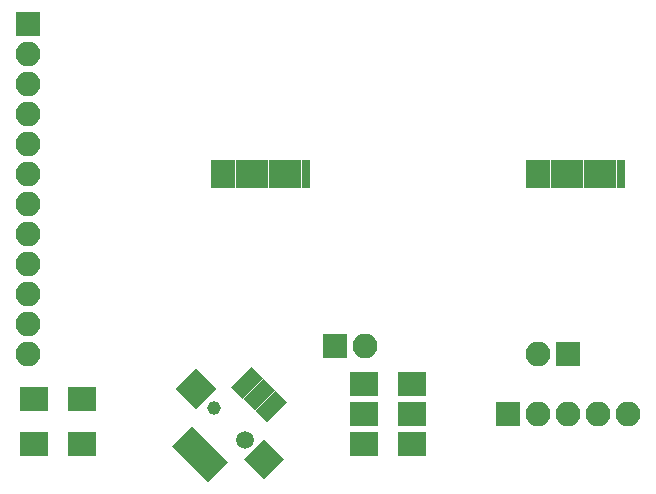
<source format=gbr>
G04 #@! TF.FileFunction,Soldermask,Top*
%FSLAX46Y46*%
G04 Gerber Fmt 4.6, Leading zero omitted, Abs format (unit mm)*
G04 Created by KiCad (PCBNEW 4.0.7) date 04/18/19 14:14:10*
%MOMM*%
%LPD*%
G01*
G04 APERTURE LIST*
%ADD10C,0.100000*%
%ADD11R,2.400000X2.100000*%
%ADD12R,2.100000X2.100000*%
%ADD13O,2.100000X2.100000*%
%ADD14C,1.160000*%
%ADD15C,1.500000*%
%ADD16R,0.750000X2.400000*%
G04 APERTURE END LIST*
D10*
D11*
X144050000Y-140970000D03*
X148050000Y-140970000D03*
X116110000Y-143510000D03*
X120110000Y-143510000D03*
X144050000Y-143510000D03*
X148050000Y-143510000D03*
X116110000Y-139700000D03*
X120110000Y-139700000D03*
X148050000Y-138430000D03*
X144050000Y-138430000D03*
D12*
X115570000Y-107950000D03*
D13*
X115570000Y-110490000D03*
X115570000Y-113030000D03*
X115570000Y-115570000D03*
X115570000Y-118110000D03*
X115570000Y-120650000D03*
X115570000Y-123190000D03*
X115570000Y-125730000D03*
X115570000Y-128270000D03*
X115570000Y-130810000D03*
X115570000Y-133350000D03*
X115570000Y-135890000D03*
D12*
X156210000Y-140970000D03*
D13*
X158750000Y-140970000D03*
X161290000Y-140970000D03*
X163830000Y-140970000D03*
X166370000Y-140970000D03*
D10*
G36*
X135800688Y-141706878D02*
X134810738Y-140716928D01*
X136507794Y-139019872D01*
X137497744Y-140009822D01*
X135800688Y-141706878D01*
X135800688Y-141706878D01*
G37*
G36*
X134793060Y-140699251D02*
X133803110Y-139709301D01*
X135500166Y-138012245D01*
X136490116Y-139002195D01*
X134793060Y-140699251D01*
X134793060Y-140699251D01*
G37*
G36*
X133785433Y-139691623D02*
X132795483Y-138701673D01*
X134492539Y-137004617D01*
X135482489Y-137994567D01*
X133785433Y-139691623D01*
X133785433Y-139691623D01*
G37*
G36*
X128764975Y-144712082D02*
X127775025Y-143722132D01*
X129472081Y-142025076D01*
X130462031Y-143015026D01*
X128764975Y-144712082D01*
X128764975Y-144712082D01*
G37*
G36*
X130780229Y-146727336D02*
X129790279Y-145737386D01*
X131487335Y-144040330D01*
X132477285Y-145030280D01*
X130780229Y-146727336D01*
X130780229Y-146727336D01*
G37*
G36*
X129772602Y-145719709D02*
X128782652Y-144729759D01*
X130479708Y-143032703D01*
X131469658Y-144022653D01*
X129772602Y-145719709D01*
X129772602Y-145719709D01*
G37*
G36*
X135553200Y-146479848D02*
X133856144Y-144782792D01*
X135553200Y-143085736D01*
X137250256Y-144782792D01*
X135553200Y-146479848D01*
X135553200Y-146479848D01*
G37*
G36*
X129754924Y-140540151D02*
X128057868Y-138843095D01*
X129754924Y-137146039D01*
X131451980Y-138843095D01*
X129754924Y-140540151D01*
X129754924Y-140540151D01*
G37*
D14*
X131275204Y-140504796D03*
D15*
X133962210Y-143191802D03*
D16*
X139080000Y-120650000D03*
X138380000Y-120650000D03*
X137680000Y-120650000D03*
X136980000Y-120650000D03*
X136280000Y-120650000D03*
X135580000Y-120650000D03*
X134880000Y-120650000D03*
X134180000Y-120650000D03*
X133480000Y-120650000D03*
X132780000Y-120650000D03*
X132080000Y-120650000D03*
X131380000Y-120650000D03*
D12*
X141541500Y-135280400D03*
D13*
X144081500Y-135280400D03*
D12*
X161290000Y-135890000D03*
D13*
X158750000Y-135890000D03*
D16*
X165750000Y-120650000D03*
X165050000Y-120650000D03*
X164350000Y-120650000D03*
X163650000Y-120650000D03*
X162950000Y-120650000D03*
X162250000Y-120650000D03*
X161550000Y-120650000D03*
X160850000Y-120650000D03*
X160150000Y-120650000D03*
X159450000Y-120650000D03*
X158750000Y-120650000D03*
X158050000Y-120650000D03*
M02*

</source>
